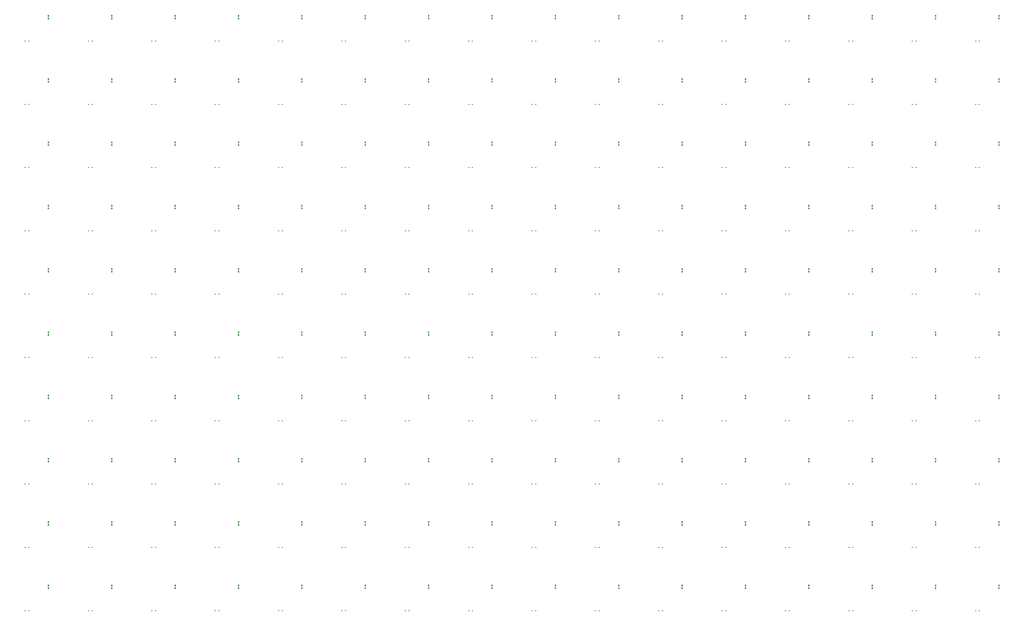
<source format=gtp>
G04 Layer_Color=8421504*
%FSLAX25Y25*%
%MOIN*%
G70*
G01*
G75*
%ADD10R,0.02480X0.01417*%
%ADD11R,0.02126X0.03111*%
G36*
X1117139Y410610D02*
Y408655D01*
X1116982Y408498D01*
X1115171D01*
X1115013Y408655D01*
Y410610D01*
X1115736Y411667D01*
X1116417D01*
X1117139Y410610D01*
D02*
G37*
G36*
X1010840D02*
Y408655D01*
X1010683Y408498D01*
X1008872D01*
X1008714Y408655D01*
Y410610D01*
X1009437Y411667D01*
X1010117D01*
X1010840Y410610D01*
D02*
G37*
G36*
X1223439D02*
Y408655D01*
X1223281Y408498D01*
X1221470D01*
X1221313Y408655D01*
Y410610D01*
X1222035Y411667D01*
X1222716D01*
X1223439Y410610D01*
D02*
G37*
G36*
X1436037D02*
Y408655D01*
X1435880Y408498D01*
X1434068D01*
X1433911Y408655D01*
Y410610D01*
X1434634Y411667D01*
X1435314D01*
X1436037Y410610D01*
D02*
G37*
G36*
X1329738D02*
Y408655D01*
X1329580Y408498D01*
X1327769D01*
X1327612Y408655D01*
Y410610D01*
X1328335Y411667D01*
X1329015D01*
X1329738Y410610D01*
D02*
G37*
G36*
X585643D02*
Y408655D01*
X585486Y408498D01*
X583675D01*
X583517Y408655D01*
Y410610D01*
X584240Y411667D01*
X584921D01*
X585643Y410610D01*
D02*
G37*
G36*
X479344D02*
Y408655D01*
X479187Y408498D01*
X477376D01*
X477218Y408655D01*
Y410610D01*
X477941Y411667D01*
X478621D01*
X479344Y410610D01*
D02*
G37*
G36*
X691943D02*
Y408655D01*
X691785Y408498D01*
X689974D01*
X689817Y408655D01*
Y410610D01*
X690539Y411667D01*
X691220D01*
X691943Y410610D01*
D02*
G37*
G36*
X904541D02*
Y408655D01*
X904383Y408498D01*
X902573D01*
X902415Y408655D01*
Y410610D01*
X903138Y411667D01*
X903818D01*
X904541Y410610D01*
D02*
G37*
G36*
X798242D02*
Y408655D01*
X798084Y408498D01*
X796273D01*
X796116Y408655D01*
Y410610D01*
X796839Y411667D01*
X797519D01*
X798242Y410610D01*
D02*
G37*
G36*
X479344Y415743D02*
Y413788D01*
X478621Y412731D01*
X477941D01*
X477218Y413788D01*
Y415743D01*
X477376Y415900D01*
X479187D01*
X479344Y415743D01*
D02*
G37*
G36*
X373045D02*
Y413788D01*
X372322Y412731D01*
X371642D01*
X370919Y413788D01*
Y415743D01*
X371076Y415900D01*
X372887D01*
X373045Y415743D01*
D02*
G37*
G36*
X585643D02*
Y413788D01*
X584921Y412731D01*
X584240D01*
X583517Y413788D01*
Y415743D01*
X583675Y415900D01*
X585486D01*
X585643Y415743D01*
D02*
G37*
G36*
X798242D02*
Y413788D01*
X797519Y412731D01*
X796839D01*
X796116Y413788D01*
Y415743D01*
X796273Y415900D01*
X798084D01*
X798242Y415743D01*
D02*
G37*
G36*
X691943D02*
Y413788D01*
X691220Y412731D01*
X690539D01*
X689817Y413788D01*
Y415743D01*
X689974Y415900D01*
X691785D01*
X691943Y415743D01*
D02*
G37*
G36*
X1648635Y410610D02*
Y408655D01*
X1648478Y408498D01*
X1646667D01*
X1646509Y408655D01*
Y410610D01*
X1647232Y411667D01*
X1647913D01*
X1648635Y410610D01*
D02*
G37*
G36*
X1542336D02*
Y408655D01*
X1542179Y408498D01*
X1540368D01*
X1540210Y408655D01*
Y410610D01*
X1540933Y411667D01*
X1541613D01*
X1542336Y410610D01*
D02*
G37*
G36*
X54147Y415743D02*
Y413788D01*
X53425Y412731D01*
X52744D01*
X52021Y413788D01*
Y415743D01*
X52179Y415900D01*
X53990D01*
X54147Y415743D01*
D02*
G37*
G36*
X266746D02*
Y413788D01*
X266023Y412731D01*
X265342D01*
X264620Y413788D01*
Y415743D01*
X264777Y415900D01*
X266588D01*
X266746Y415743D01*
D02*
G37*
G36*
X160447D02*
Y413788D01*
X159724Y412731D01*
X159043D01*
X158320Y413788D01*
Y415743D01*
X158478Y415900D01*
X160289D01*
X160447Y415743D01*
D02*
G37*
G36*
X691943Y309443D02*
Y307489D01*
X691220Y306431D01*
X690539D01*
X689817Y307489D01*
Y309443D01*
X689974Y309601D01*
X691785D01*
X691943Y309443D01*
D02*
G37*
G36*
X585643D02*
Y307489D01*
X584921Y306431D01*
X584240D01*
X583517Y307489D01*
Y309443D01*
X583675Y309601D01*
X585486D01*
X585643Y309443D01*
D02*
G37*
G36*
X798242D02*
Y307489D01*
X797519Y306431D01*
X796839D01*
X796116Y307489D01*
Y309443D01*
X796273Y309601D01*
X798084D01*
X798242Y309443D01*
D02*
G37*
G36*
X1010840D02*
Y307489D01*
X1010117Y306431D01*
X1009437D01*
X1008714Y307489D01*
Y309443D01*
X1008872Y309601D01*
X1010683D01*
X1010840Y309443D01*
D02*
G37*
G36*
X904541D02*
Y307489D01*
X903818Y306431D01*
X903138D01*
X902415Y307489D01*
Y309443D01*
X902573Y309601D01*
X904383D01*
X904541Y309443D01*
D02*
G37*
G36*
X160447D02*
Y307489D01*
X159724Y306431D01*
X159043D01*
X158320Y307489D01*
Y309443D01*
X158478Y309601D01*
X160289D01*
X160447Y309443D01*
D02*
G37*
G36*
X54147D02*
Y307489D01*
X53425Y306431D01*
X52744D01*
X52021Y307489D01*
Y309443D01*
X52179Y309601D01*
X53990D01*
X54147Y309443D01*
D02*
G37*
G36*
X266746D02*
Y307489D01*
X266023Y306431D01*
X265342D01*
X264620Y307489D01*
Y309443D01*
X264777Y309601D01*
X266588D01*
X266746Y309443D01*
D02*
G37*
G36*
X479344D02*
Y307489D01*
X478621Y306431D01*
X477941D01*
X477218Y307489D01*
Y309443D01*
X477376Y309601D01*
X479187D01*
X479344Y309443D01*
D02*
G37*
G36*
X373045D02*
Y307489D01*
X372322Y306431D01*
X371642D01*
X370919Y307489D01*
Y309443D01*
X371076Y309601D01*
X372887D01*
X373045Y309443D01*
D02*
G37*
G36*
X54147Y410610D02*
Y408655D01*
X53990Y408498D01*
X52179D01*
X52021Y408655D01*
Y410610D01*
X52744Y411667D01*
X53425D01*
X54147Y410610D01*
D02*
G37*
G36*
X1648635Y309443D02*
Y307489D01*
X1647913Y306431D01*
X1647232D01*
X1646509Y307489D01*
Y309443D01*
X1646667Y309601D01*
X1648478D01*
X1648635Y309443D01*
D02*
G37*
G36*
X160447Y410610D02*
Y408655D01*
X160289Y408498D01*
X158478D01*
X158320Y408655D01*
Y410610D01*
X159043Y411667D01*
X159724D01*
X160447Y410610D01*
D02*
G37*
G36*
X373045D02*
Y408655D01*
X372887Y408498D01*
X371076D01*
X370919Y408655D01*
Y410610D01*
X371642Y411667D01*
X372322D01*
X373045Y410610D01*
D02*
G37*
G36*
X266746D02*
Y408655D01*
X266588Y408498D01*
X264777D01*
X264620Y408655D01*
Y410610D01*
X265342Y411667D01*
X266023D01*
X266746Y410610D01*
D02*
G37*
G36*
X1223439Y309443D02*
Y307489D01*
X1222716Y306431D01*
X1222035D01*
X1221313Y307489D01*
Y309443D01*
X1221470Y309601D01*
X1223281D01*
X1223439Y309443D01*
D02*
G37*
G36*
X1117139D02*
Y307489D01*
X1116417Y306431D01*
X1115736D01*
X1115013Y307489D01*
Y309443D01*
X1115171Y309601D01*
X1116982D01*
X1117139Y309443D01*
D02*
G37*
G36*
X1329738D02*
Y307489D01*
X1329015Y306431D01*
X1328335D01*
X1327612Y307489D01*
Y309443D01*
X1327769Y309601D01*
X1329580D01*
X1329738Y309443D01*
D02*
G37*
G36*
X1542336D02*
Y307489D01*
X1541613Y306431D01*
X1540933D01*
X1540210Y307489D01*
Y309443D01*
X1540368Y309601D01*
X1542179D01*
X1542336Y309443D01*
D02*
G37*
G36*
X1436037D02*
Y307489D01*
X1435314Y306431D01*
X1434634D01*
X1433911Y307489D01*
Y309443D01*
X1434068Y309601D01*
X1435880D01*
X1436037Y309443D01*
D02*
G37*
G36*
X266746Y522042D02*
Y520087D01*
X266023Y519030D01*
X265342D01*
X264620Y520087D01*
Y522042D01*
X264777Y522199D01*
X266588D01*
X266746Y522042D01*
D02*
G37*
G36*
X160447D02*
Y520087D01*
X159724Y519030D01*
X159043D01*
X158320Y520087D01*
Y522042D01*
X158478Y522199D01*
X160289D01*
X160447Y522042D01*
D02*
G37*
G36*
X373045D02*
Y520087D01*
X372322Y519030D01*
X371642D01*
X370919Y520087D01*
Y522042D01*
X371076Y522199D01*
X372887D01*
X373045Y522042D01*
D02*
G37*
G36*
X585643D02*
Y520087D01*
X584921Y519030D01*
X584240D01*
X583517Y520087D01*
Y522042D01*
X583675Y522199D01*
X585486D01*
X585643Y522042D01*
D02*
G37*
G36*
X479344D02*
Y520087D01*
X478621Y519030D01*
X477941D01*
X477218Y520087D01*
Y522042D01*
X477376Y522199D01*
X479187D01*
X479344Y522042D01*
D02*
G37*
G36*
X1436037Y516909D02*
Y514955D01*
X1435880Y514797D01*
X1434068D01*
X1433911Y514955D01*
Y516909D01*
X1434634Y517967D01*
X1435314D01*
X1436037Y516909D01*
D02*
G37*
G36*
X1329738D02*
Y514955D01*
X1329580Y514797D01*
X1327769D01*
X1327612Y514955D01*
Y516909D01*
X1328335Y517967D01*
X1329015D01*
X1329738Y516909D01*
D02*
G37*
G36*
X1542336D02*
Y514955D01*
X1542179Y514797D01*
X1540368D01*
X1540210Y514955D01*
Y516909D01*
X1540933Y517967D01*
X1541613D01*
X1542336Y516909D01*
D02*
G37*
G36*
X54147Y522042D02*
Y520087D01*
X53425Y519030D01*
X52744D01*
X52021Y520087D01*
Y522042D01*
X52179Y522199D01*
X53990D01*
X54147Y522042D01*
D02*
G37*
G36*
X1648635Y516909D02*
Y514955D01*
X1648478Y514797D01*
X1646667D01*
X1646509Y514955D01*
Y516909D01*
X1647232Y517967D01*
X1647913D01*
X1648635Y516909D01*
D02*
G37*
G36*
X1329738Y522042D02*
Y520087D01*
X1329015Y519030D01*
X1328335D01*
X1327612Y520087D01*
Y522042D01*
X1327769Y522199D01*
X1329580D01*
X1329738Y522042D01*
D02*
G37*
G36*
X1223439D02*
Y520087D01*
X1222716Y519030D01*
X1222035D01*
X1221313Y520087D01*
Y522042D01*
X1221470Y522199D01*
X1223281D01*
X1223439Y522042D01*
D02*
G37*
G36*
X1436037D02*
Y520087D01*
X1435314Y519030D01*
X1434634D01*
X1433911Y520087D01*
Y522042D01*
X1434068Y522199D01*
X1435880D01*
X1436037Y522042D01*
D02*
G37*
G36*
X1648635D02*
Y520087D01*
X1647913Y519030D01*
X1647232D01*
X1646509Y520087D01*
Y522042D01*
X1646667Y522199D01*
X1648478D01*
X1648635Y522042D01*
D02*
G37*
G36*
X1542336D02*
Y520087D01*
X1541613Y519030D01*
X1540933D01*
X1540210Y520087D01*
Y522042D01*
X1540368Y522199D01*
X1542179D01*
X1542336Y522042D01*
D02*
G37*
G36*
X798242D02*
Y520087D01*
X797519Y519030D01*
X796839D01*
X796116Y520087D01*
Y522042D01*
X796273Y522199D01*
X798084D01*
X798242Y522042D01*
D02*
G37*
G36*
X691943D02*
Y520087D01*
X691220Y519030D01*
X690539D01*
X689817Y520087D01*
Y522042D01*
X689974Y522199D01*
X691785D01*
X691943Y522042D01*
D02*
G37*
G36*
X904541D02*
Y520087D01*
X903818Y519030D01*
X903138D01*
X902415Y520087D01*
Y522042D01*
X902573Y522199D01*
X904383D01*
X904541Y522042D01*
D02*
G37*
G36*
X1117139D02*
Y520087D01*
X1116417Y519030D01*
X1115736D01*
X1115013Y520087D01*
Y522042D01*
X1115171Y522199D01*
X1116982D01*
X1117139Y522042D01*
D02*
G37*
G36*
X1010840D02*
Y520087D01*
X1010117Y519030D01*
X1009437D01*
X1008714Y520087D01*
Y522042D01*
X1008872Y522199D01*
X1010683D01*
X1010840Y522042D01*
D02*
G37*
G36*
X1542336Y415743D02*
Y413788D01*
X1541613Y412731D01*
X1540933D01*
X1540210Y413788D01*
Y415743D01*
X1540368Y415900D01*
X1542179D01*
X1542336Y415743D01*
D02*
G37*
G36*
X1436037D02*
Y413788D01*
X1435314Y412731D01*
X1434634D01*
X1433911Y413788D01*
Y415743D01*
X1434068Y415900D01*
X1435880D01*
X1436037Y415743D01*
D02*
G37*
G36*
X1648635D02*
Y413788D01*
X1647913Y412731D01*
X1647232D01*
X1646509Y413788D01*
Y415743D01*
X1646667Y415900D01*
X1648478D01*
X1648635Y415743D01*
D02*
G37*
G36*
X160447Y516909D02*
Y514955D01*
X160289Y514797D01*
X158478D01*
X158320Y514955D01*
Y516909D01*
X159043Y517967D01*
X159724D01*
X160447Y516909D01*
D02*
G37*
G36*
X54147D02*
Y514955D01*
X53990Y514797D01*
X52179D01*
X52021Y514955D01*
Y516909D01*
X52744Y517967D01*
X53425D01*
X54147Y516909D01*
D02*
G37*
G36*
X1010840Y415743D02*
Y413788D01*
X1010117Y412731D01*
X1009437D01*
X1008714Y413788D01*
Y415743D01*
X1008872Y415900D01*
X1010683D01*
X1010840Y415743D01*
D02*
G37*
G36*
X904541D02*
Y413788D01*
X903818Y412731D01*
X903138D01*
X902415Y413788D01*
Y415743D01*
X902573Y415900D01*
X904383D01*
X904541Y415743D01*
D02*
G37*
G36*
X1117139D02*
Y413788D01*
X1116417Y412731D01*
X1115736D01*
X1115013Y413788D01*
Y415743D01*
X1115171Y415900D01*
X1116982D01*
X1117139Y415743D01*
D02*
G37*
G36*
X1329738D02*
Y413788D01*
X1329015Y412731D01*
X1328335D01*
X1327612Y413788D01*
Y415743D01*
X1327769Y415900D01*
X1329580D01*
X1329738Y415743D01*
D02*
G37*
G36*
X1223439D02*
Y413788D01*
X1222716Y412731D01*
X1222035D01*
X1221313Y413788D01*
Y415743D01*
X1221470Y415900D01*
X1223281D01*
X1223439Y415743D01*
D02*
G37*
G36*
X904541Y516909D02*
Y514955D01*
X904383Y514797D01*
X902573D01*
X902415Y514955D01*
Y516909D01*
X903138Y517967D01*
X903818D01*
X904541Y516909D01*
D02*
G37*
G36*
X798242D02*
Y514955D01*
X798084Y514797D01*
X796273D01*
X796116Y514955D01*
Y516909D01*
X796839Y517967D01*
X797519D01*
X798242Y516909D01*
D02*
G37*
G36*
X1010840D02*
Y514955D01*
X1010683Y514797D01*
X1008872D01*
X1008714Y514955D01*
Y516909D01*
X1009437Y517967D01*
X1010117D01*
X1010840Y516909D01*
D02*
G37*
G36*
X1223439D02*
Y514955D01*
X1223281Y514797D01*
X1221470D01*
X1221313Y514955D01*
Y516909D01*
X1222035Y517967D01*
X1222716D01*
X1223439Y516909D01*
D02*
G37*
G36*
X1117139D02*
Y514955D01*
X1116982Y514797D01*
X1115171D01*
X1115013Y514955D01*
Y516909D01*
X1115736Y517967D01*
X1116417D01*
X1117139Y516909D01*
D02*
G37*
G36*
X373045D02*
Y514955D01*
X372887Y514797D01*
X371076D01*
X370919Y514955D01*
Y516909D01*
X371642Y517967D01*
X372322D01*
X373045Y516909D01*
D02*
G37*
G36*
X266746D02*
Y514955D01*
X266588Y514797D01*
X264777D01*
X264620Y514955D01*
Y516909D01*
X265342Y517967D01*
X266023D01*
X266746Y516909D01*
D02*
G37*
G36*
X479344D02*
Y514955D01*
X479187Y514797D01*
X477376D01*
X477218Y514955D01*
Y516909D01*
X477941Y517967D01*
X478621D01*
X479344Y516909D01*
D02*
G37*
G36*
X691943D02*
Y514955D01*
X691785Y514797D01*
X689974D01*
X689817Y514955D01*
Y516909D01*
X690539Y517967D01*
X691220D01*
X691943Y516909D01*
D02*
G37*
G36*
X585643D02*
Y514955D01*
X585486Y514797D01*
X583675D01*
X583517Y514955D01*
Y516909D01*
X584240Y517967D01*
X584921D01*
X585643Y516909D01*
D02*
G37*
G36*
X1117139Y96845D02*
Y94890D01*
X1116417Y93833D01*
X1115736D01*
X1115013Y94890D01*
Y96845D01*
X1115171Y97003D01*
X1116982D01*
X1117139Y96845D01*
D02*
G37*
G36*
X1010840D02*
Y94890D01*
X1010117Y93833D01*
X1009437D01*
X1008714Y94890D01*
Y96845D01*
X1008872Y97003D01*
X1010683D01*
X1010840Y96845D01*
D02*
G37*
G36*
X1223439D02*
Y94890D01*
X1222716Y93833D01*
X1222035D01*
X1221313Y94890D01*
Y96845D01*
X1221470Y97003D01*
X1223281D01*
X1223439Y96845D01*
D02*
G37*
G36*
X1436037D02*
Y94890D01*
X1435314Y93833D01*
X1434634D01*
X1433911Y94890D01*
Y96845D01*
X1434068Y97003D01*
X1435880D01*
X1436037Y96845D01*
D02*
G37*
G36*
X1329738D02*
Y94890D01*
X1329015Y93833D01*
X1328335D01*
X1327612Y94890D01*
Y96845D01*
X1327769Y97003D01*
X1329580D01*
X1329738Y96845D01*
D02*
G37*
G36*
X585643D02*
Y94890D01*
X584921Y93833D01*
X584240D01*
X583517Y94890D01*
Y96845D01*
X583675Y97003D01*
X585486D01*
X585643Y96845D01*
D02*
G37*
G36*
X479344D02*
Y94890D01*
X478621Y93833D01*
X477941D01*
X477218Y94890D01*
Y96845D01*
X477376Y97003D01*
X479187D01*
X479344Y96845D01*
D02*
G37*
G36*
X691943D02*
Y94890D01*
X691220Y93833D01*
X690539D01*
X689817Y94890D01*
Y96845D01*
X689974Y97003D01*
X691785D01*
X691943Y96845D01*
D02*
G37*
G36*
X904541D02*
Y94890D01*
X903818Y93833D01*
X903138D01*
X902415Y94890D01*
Y96845D01*
X902573Y97003D01*
X904383D01*
X904541Y96845D01*
D02*
G37*
G36*
X798242D02*
Y94890D01*
X797519Y93833D01*
X796839D01*
X796116Y94890D01*
Y96845D01*
X796273Y97003D01*
X798084D01*
X798242Y96845D01*
D02*
G37*
G36*
X479344Y198011D02*
Y196057D01*
X479187Y195899D01*
X477376D01*
X477218Y196057D01*
Y198011D01*
X477941Y199069D01*
X478621D01*
X479344Y198011D01*
D02*
G37*
G36*
X373045D02*
Y196057D01*
X372887Y195899D01*
X371076D01*
X370919Y196057D01*
Y198011D01*
X371642Y199069D01*
X372322D01*
X373045Y198011D01*
D02*
G37*
G36*
X585643D02*
Y196057D01*
X585486Y195899D01*
X583675D01*
X583517Y196057D01*
Y198011D01*
X584240Y199069D01*
X584921D01*
X585643Y198011D01*
D02*
G37*
G36*
X798242D02*
Y196057D01*
X798084Y195899D01*
X796273D01*
X796116Y196057D01*
Y198011D01*
X796839Y199069D01*
X797519D01*
X798242Y198011D01*
D02*
G37*
G36*
X691943D02*
Y196057D01*
X691785Y195899D01*
X689974D01*
X689817Y196057D01*
Y198011D01*
X690539Y199069D01*
X691220D01*
X691943Y198011D01*
D02*
G37*
G36*
X1648635Y96845D02*
Y94890D01*
X1647913Y93833D01*
X1647232D01*
X1646509Y94890D01*
Y96845D01*
X1646667Y97003D01*
X1648478D01*
X1648635Y96845D01*
D02*
G37*
G36*
X1542336D02*
Y94890D01*
X1541613Y93833D01*
X1540933D01*
X1540210Y94890D01*
Y96845D01*
X1540368Y97003D01*
X1542179D01*
X1542336Y96845D01*
D02*
G37*
G36*
X54147Y198011D02*
Y196057D01*
X53990Y195899D01*
X52179D01*
X52021Y196057D01*
Y198011D01*
X52744Y199069D01*
X53425D01*
X54147Y198011D01*
D02*
G37*
G36*
X266746D02*
Y196057D01*
X266588Y195899D01*
X264777D01*
X264620Y196057D01*
Y198011D01*
X265342Y199069D01*
X266023D01*
X266746Y198011D01*
D02*
G37*
G36*
X160447D02*
Y196057D01*
X160289Y195899D01*
X158478D01*
X158320Y196057D01*
Y198011D01*
X159043Y199069D01*
X159724D01*
X160447Y198011D01*
D02*
G37*
G36*
X691943Y91712D02*
Y89758D01*
X691785Y89600D01*
X689974D01*
X689817Y89758D01*
Y91712D01*
X690539Y92770D01*
X691220D01*
X691943Y91712D01*
D02*
G37*
G36*
X585643D02*
Y89758D01*
X585486Y89600D01*
X583675D01*
X583517Y89758D01*
Y91712D01*
X584240Y92770D01*
X584921D01*
X585643Y91712D01*
D02*
G37*
G36*
X798242D02*
Y89758D01*
X798084Y89600D01*
X796273D01*
X796116Y89758D01*
Y91712D01*
X796839Y92770D01*
X797519D01*
X798242Y91712D01*
D02*
G37*
G36*
X1010840D02*
Y89758D01*
X1010683Y89600D01*
X1008872D01*
X1008714Y89758D01*
Y91712D01*
X1009437Y92770D01*
X1010117D01*
X1010840Y91712D01*
D02*
G37*
G36*
X904541D02*
Y89758D01*
X904383Y89600D01*
X902573D01*
X902415Y89758D01*
Y91712D01*
X903138Y92770D01*
X903818D01*
X904541Y91712D01*
D02*
G37*
G36*
X160447D02*
Y89758D01*
X160289Y89600D01*
X158478D01*
X158320Y89758D01*
Y91712D01*
X159043Y92770D01*
X159724D01*
X160447Y91712D01*
D02*
G37*
G36*
X54147D02*
Y89758D01*
X53990Y89600D01*
X52179D01*
X52021Y89758D01*
Y91712D01*
X52744Y92770D01*
X53425D01*
X54147Y91712D01*
D02*
G37*
G36*
X266746D02*
Y89758D01*
X266588Y89600D01*
X264777D01*
X264620Y89758D01*
Y91712D01*
X265342Y92770D01*
X266023D01*
X266746Y91712D01*
D02*
G37*
G36*
X479344D02*
Y89758D01*
X479187Y89600D01*
X477376D01*
X477218Y89758D01*
Y91712D01*
X477941Y92770D01*
X478621D01*
X479344Y91712D01*
D02*
G37*
G36*
X373045D02*
Y89758D01*
X372887Y89600D01*
X371076D01*
X370919Y89758D01*
Y91712D01*
X371642Y92770D01*
X372322D01*
X373045Y91712D01*
D02*
G37*
G36*
X54147Y96845D02*
Y94890D01*
X53425Y93833D01*
X52744D01*
X52021Y94890D01*
Y96845D01*
X52179Y97003D01*
X53990D01*
X54147Y96845D01*
D02*
G37*
G36*
X1648635Y91712D02*
Y89758D01*
X1648478Y89600D01*
X1646667D01*
X1646509Y89758D01*
Y91712D01*
X1647232Y92770D01*
X1647913D01*
X1648635Y91712D01*
D02*
G37*
G36*
X160447Y96845D02*
Y94890D01*
X159724Y93833D01*
X159043D01*
X158320Y94890D01*
Y96845D01*
X158478Y97003D01*
X160289D01*
X160447Y96845D01*
D02*
G37*
G36*
X373045D02*
Y94890D01*
X372322Y93833D01*
X371642D01*
X370919Y94890D01*
Y96845D01*
X371076Y97003D01*
X372887D01*
X373045Y96845D01*
D02*
G37*
G36*
X266746D02*
Y94890D01*
X266023Y93833D01*
X265342D01*
X264620Y94890D01*
Y96845D01*
X264777Y97003D01*
X266588D01*
X266746Y96845D01*
D02*
G37*
G36*
X1223439Y91712D02*
Y89758D01*
X1223281Y89600D01*
X1221470D01*
X1221313Y89758D01*
Y91712D01*
X1222035Y92770D01*
X1222716D01*
X1223439Y91712D01*
D02*
G37*
G36*
X1117139D02*
Y89758D01*
X1116982Y89600D01*
X1115171D01*
X1115013Y89758D01*
Y91712D01*
X1115736Y92770D01*
X1116417D01*
X1117139Y91712D01*
D02*
G37*
G36*
X1329738D02*
Y89758D01*
X1329580Y89600D01*
X1327769D01*
X1327612Y89758D01*
Y91712D01*
X1328335Y92770D01*
X1329015D01*
X1329738Y91712D01*
D02*
G37*
G36*
X1542336D02*
Y89758D01*
X1542179Y89600D01*
X1540368D01*
X1540210Y89758D01*
Y91712D01*
X1540933Y92770D01*
X1541613D01*
X1542336Y91712D01*
D02*
G37*
G36*
X1436037D02*
Y89758D01*
X1435880Y89600D01*
X1434068D01*
X1433911Y89758D01*
Y91712D01*
X1434634Y92770D01*
X1435314D01*
X1436037Y91712D01*
D02*
G37*
G36*
X266746Y304311D02*
Y302356D01*
X266588Y302199D01*
X264777D01*
X264620Y302356D01*
Y304311D01*
X265342Y305368D01*
X266023D01*
X266746Y304311D01*
D02*
G37*
G36*
X160447D02*
Y302356D01*
X160289Y302199D01*
X158478D01*
X158320Y302356D01*
Y304311D01*
X159043Y305368D01*
X159724D01*
X160447Y304311D01*
D02*
G37*
G36*
X373045D02*
Y302356D01*
X372887Y302199D01*
X371076D01*
X370919Y302356D01*
Y304311D01*
X371642Y305368D01*
X372322D01*
X373045Y304311D01*
D02*
G37*
G36*
X585643D02*
Y302356D01*
X585486Y302199D01*
X583675D01*
X583517Y302356D01*
Y304311D01*
X584240Y305368D01*
X584921D01*
X585643Y304311D01*
D02*
G37*
G36*
X479344D02*
Y302356D01*
X479187Y302199D01*
X477376D01*
X477218Y302356D01*
Y304311D01*
X477941Y305368D01*
X478621D01*
X479344Y304311D01*
D02*
G37*
G36*
X1436037Y203144D02*
Y201190D01*
X1435314Y200132D01*
X1434634D01*
X1433911Y201190D01*
Y203144D01*
X1434068Y203302D01*
X1435880D01*
X1436037Y203144D01*
D02*
G37*
G36*
X1329738D02*
Y201190D01*
X1329015Y200132D01*
X1328335D01*
X1327612Y201190D01*
Y203144D01*
X1327769Y203302D01*
X1329580D01*
X1329738Y203144D01*
D02*
G37*
G36*
X1542336D02*
Y201190D01*
X1541613Y200132D01*
X1540933D01*
X1540210Y201190D01*
Y203144D01*
X1540368Y203302D01*
X1542179D01*
X1542336Y203144D01*
D02*
G37*
G36*
X54147Y304311D02*
Y302356D01*
X53990Y302199D01*
X52179D01*
X52021Y302356D01*
Y304311D01*
X52744Y305368D01*
X53425D01*
X54147Y304311D01*
D02*
G37*
G36*
X1648635Y203144D02*
Y201190D01*
X1647913Y200132D01*
X1647232D01*
X1646509Y201190D01*
Y203144D01*
X1646667Y203302D01*
X1648478D01*
X1648635Y203144D01*
D02*
G37*
G36*
X1329738Y304311D02*
Y302356D01*
X1329580Y302199D01*
X1327769D01*
X1327612Y302356D01*
Y304311D01*
X1328335Y305368D01*
X1329015D01*
X1329738Y304311D01*
D02*
G37*
G36*
X1223439D02*
Y302356D01*
X1223281Y302199D01*
X1221470D01*
X1221313Y302356D01*
Y304311D01*
X1222035Y305368D01*
X1222716D01*
X1223439Y304311D01*
D02*
G37*
G36*
X1436037D02*
Y302356D01*
X1435880Y302199D01*
X1434068D01*
X1433911Y302356D01*
Y304311D01*
X1434634Y305368D01*
X1435314D01*
X1436037Y304311D01*
D02*
G37*
G36*
X1648635D02*
Y302356D01*
X1648478Y302199D01*
X1646667D01*
X1646509Y302356D01*
Y304311D01*
X1647232Y305368D01*
X1647913D01*
X1648635Y304311D01*
D02*
G37*
G36*
X1542336D02*
Y302356D01*
X1542179Y302199D01*
X1540368D01*
X1540210Y302356D01*
Y304311D01*
X1540933Y305368D01*
X1541613D01*
X1542336Y304311D01*
D02*
G37*
G36*
X798242D02*
Y302356D01*
X798084Y302199D01*
X796273D01*
X796116Y302356D01*
Y304311D01*
X796839Y305368D01*
X797519D01*
X798242Y304311D01*
D02*
G37*
G36*
X691943D02*
Y302356D01*
X691785Y302199D01*
X689974D01*
X689817Y302356D01*
Y304311D01*
X690539Y305368D01*
X691220D01*
X691943Y304311D01*
D02*
G37*
G36*
X904541D02*
Y302356D01*
X904383Y302199D01*
X902573D01*
X902415Y302356D01*
Y304311D01*
X903138Y305368D01*
X903818D01*
X904541Y304311D01*
D02*
G37*
G36*
X1117139D02*
Y302356D01*
X1116982Y302199D01*
X1115171D01*
X1115013Y302356D01*
Y304311D01*
X1115736Y305368D01*
X1116417D01*
X1117139Y304311D01*
D02*
G37*
G36*
X1010840D02*
Y302356D01*
X1010683Y302199D01*
X1008872D01*
X1008714Y302356D01*
Y304311D01*
X1009437Y305368D01*
X1010117D01*
X1010840Y304311D01*
D02*
G37*
G36*
X1542336Y198011D02*
Y196057D01*
X1542179Y195899D01*
X1540368D01*
X1540210Y196057D01*
Y198011D01*
X1540933Y199069D01*
X1541613D01*
X1542336Y198011D01*
D02*
G37*
G36*
X1436037D02*
Y196057D01*
X1435880Y195899D01*
X1434068D01*
X1433911Y196057D01*
Y198011D01*
X1434634Y199069D01*
X1435314D01*
X1436037Y198011D01*
D02*
G37*
G36*
X1648635D02*
Y196057D01*
X1648478Y195899D01*
X1646667D01*
X1646509Y196057D01*
Y198011D01*
X1647232Y199069D01*
X1647913D01*
X1648635Y198011D01*
D02*
G37*
G36*
X160447Y203144D02*
Y201190D01*
X159724Y200132D01*
X159043D01*
X158320Y201190D01*
Y203144D01*
X158478Y203302D01*
X160289D01*
X160447Y203144D01*
D02*
G37*
G36*
X54147D02*
Y201190D01*
X53425Y200132D01*
X52744D01*
X52021Y201190D01*
Y203144D01*
X52179Y203302D01*
X53990D01*
X54147Y203144D01*
D02*
G37*
G36*
X1010840Y198011D02*
Y196057D01*
X1010683Y195899D01*
X1008872D01*
X1008714Y196057D01*
Y198011D01*
X1009437Y199069D01*
X1010117D01*
X1010840Y198011D01*
D02*
G37*
G36*
X904541D02*
Y196057D01*
X904383Y195899D01*
X902573D01*
X902415Y196057D01*
Y198011D01*
X903138Y199069D01*
X903818D01*
X904541Y198011D01*
D02*
G37*
G36*
X1117139D02*
Y196057D01*
X1116982Y195899D01*
X1115171D01*
X1115013Y196057D01*
Y198011D01*
X1115736Y199069D01*
X1116417D01*
X1117139Y198011D01*
D02*
G37*
G36*
X1329738D02*
Y196057D01*
X1329580Y195899D01*
X1327769D01*
X1327612Y196057D01*
Y198011D01*
X1328335Y199069D01*
X1329015D01*
X1329738Y198011D01*
D02*
G37*
G36*
X1223439D02*
Y196057D01*
X1223281Y195899D01*
X1221470D01*
X1221313Y196057D01*
Y198011D01*
X1222035Y199069D01*
X1222716D01*
X1223439Y198011D01*
D02*
G37*
G36*
X904541Y203144D02*
Y201190D01*
X903818Y200132D01*
X903138D01*
X902415Y201190D01*
Y203144D01*
X902573Y203302D01*
X904383D01*
X904541Y203144D01*
D02*
G37*
G36*
X798242D02*
Y201190D01*
X797519Y200132D01*
X796839D01*
X796116Y201190D01*
Y203144D01*
X796273Y203302D01*
X798084D01*
X798242Y203144D01*
D02*
G37*
G36*
X1010840D02*
Y201190D01*
X1010117Y200132D01*
X1009437D01*
X1008714Y201190D01*
Y203144D01*
X1008872Y203302D01*
X1010683D01*
X1010840Y203144D01*
D02*
G37*
G36*
X1223439D02*
Y201190D01*
X1222716Y200132D01*
X1222035D01*
X1221313Y201190D01*
Y203144D01*
X1221470Y203302D01*
X1223281D01*
X1223439Y203144D01*
D02*
G37*
G36*
X1117139D02*
Y201190D01*
X1116417Y200132D01*
X1115736D01*
X1115013Y201190D01*
Y203144D01*
X1115171Y203302D01*
X1116982D01*
X1117139Y203144D01*
D02*
G37*
G36*
X373045D02*
Y201190D01*
X372322Y200132D01*
X371642D01*
X370919Y201190D01*
Y203144D01*
X371076Y203302D01*
X372887D01*
X373045Y203144D01*
D02*
G37*
G36*
X266746D02*
Y201190D01*
X266023Y200132D01*
X265342D01*
X264620Y201190D01*
Y203144D01*
X264777Y203302D01*
X266588D01*
X266746Y203144D01*
D02*
G37*
G36*
X479344D02*
Y201190D01*
X478621Y200132D01*
X477941D01*
X477218Y201190D01*
Y203144D01*
X477376Y203302D01*
X479187D01*
X479344Y203144D01*
D02*
G37*
G36*
X691943D02*
Y201190D01*
X691220Y200132D01*
X690539D01*
X689817Y201190D01*
Y203144D01*
X689974Y203302D01*
X691785D01*
X691943Y203144D01*
D02*
G37*
G36*
X585643D02*
Y201190D01*
X584921Y200132D01*
X584240D01*
X583517Y201190D01*
Y203144D01*
X583675Y203302D01*
X585486D01*
X585643Y203144D01*
D02*
G37*
G36*
X1117139Y942106D02*
Y940151D01*
X1116982Y939994D01*
X1115171D01*
X1115013Y940151D01*
Y942106D01*
X1115736Y943163D01*
X1116417D01*
X1117139Y942106D01*
D02*
G37*
G36*
X1010840D02*
Y940151D01*
X1010683Y939994D01*
X1008872D01*
X1008714Y940151D01*
Y942106D01*
X1009437Y943163D01*
X1010117D01*
X1010840Y942106D01*
D02*
G37*
G36*
X1223439D02*
Y940151D01*
X1223281Y939994D01*
X1221470D01*
X1221313Y940151D01*
Y942106D01*
X1222035Y943163D01*
X1222716D01*
X1223439Y942106D01*
D02*
G37*
G36*
X1436037D02*
Y940151D01*
X1435880Y939994D01*
X1434068D01*
X1433911Y940151D01*
Y942106D01*
X1434634Y943163D01*
X1435314D01*
X1436037Y942106D01*
D02*
G37*
G36*
X1329738D02*
Y940151D01*
X1329580Y939994D01*
X1327769D01*
X1327612Y940151D01*
Y942106D01*
X1328335Y943163D01*
X1329015D01*
X1329738Y942106D01*
D02*
G37*
G36*
X585643D02*
Y940151D01*
X585486Y939994D01*
X583675D01*
X583517Y940151D01*
Y942106D01*
X584240Y943163D01*
X584921D01*
X585643Y942106D01*
D02*
G37*
G36*
X479344D02*
Y940151D01*
X479187Y939994D01*
X477376D01*
X477218Y940151D01*
Y942106D01*
X477941Y943163D01*
X478621D01*
X479344Y942106D01*
D02*
G37*
G36*
X691943D02*
Y940151D01*
X691785Y939994D01*
X689974D01*
X689817Y940151D01*
Y942106D01*
X690539Y943163D01*
X691220D01*
X691943Y942106D01*
D02*
G37*
G36*
X904541D02*
Y940151D01*
X904383Y939994D01*
X902573D01*
X902415Y940151D01*
Y942106D01*
X903138Y943163D01*
X903818D01*
X904541Y942106D01*
D02*
G37*
G36*
X798242D02*
Y940151D01*
X798084Y939994D01*
X796273D01*
X796116Y940151D01*
Y942106D01*
X796839Y943163D01*
X797519D01*
X798242Y942106D01*
D02*
G37*
G36*
X479344Y947239D02*
Y945284D01*
X478621Y944226D01*
X477941D01*
X477218Y945284D01*
Y947239D01*
X477376Y947396D01*
X479187D01*
X479344Y947239D01*
D02*
G37*
G36*
X373045D02*
Y945284D01*
X372322Y944226D01*
X371642D01*
X370919Y945284D01*
Y947239D01*
X371076Y947396D01*
X372887D01*
X373045Y947239D01*
D02*
G37*
G36*
X585643D02*
Y945284D01*
X584921Y944226D01*
X584240D01*
X583517Y945284D01*
Y947239D01*
X583675Y947396D01*
X585486D01*
X585643Y947239D01*
D02*
G37*
G36*
X798242D02*
Y945284D01*
X797519Y944226D01*
X796839D01*
X796116Y945284D01*
Y947239D01*
X796273Y947396D01*
X798084D01*
X798242Y947239D01*
D02*
G37*
G36*
X691943D02*
Y945284D01*
X691220Y944226D01*
X690539D01*
X689817Y945284D01*
Y947239D01*
X689974Y947396D01*
X691785D01*
X691943Y947239D01*
D02*
G37*
G36*
X1648635Y942106D02*
Y940151D01*
X1648478Y939994D01*
X1646667D01*
X1646509Y940151D01*
Y942106D01*
X1647232Y943163D01*
X1647913D01*
X1648635Y942106D01*
D02*
G37*
G36*
X1542336D02*
Y940151D01*
X1542179Y939994D01*
X1540368D01*
X1540210Y940151D01*
Y942106D01*
X1540933Y943163D01*
X1541613D01*
X1542336Y942106D01*
D02*
G37*
G36*
X54147Y947239D02*
Y945284D01*
X53425Y944226D01*
X52744D01*
X52021Y945284D01*
Y947239D01*
X52179Y947396D01*
X53990D01*
X54147Y947239D01*
D02*
G37*
G36*
X266746D02*
Y945284D01*
X266023Y944226D01*
X265342D01*
X264620Y945284D01*
Y947239D01*
X264777Y947396D01*
X266588D01*
X266746Y947239D01*
D02*
G37*
G36*
X160447D02*
Y945284D01*
X159724Y944226D01*
X159043D01*
X158320Y945284D01*
Y947239D01*
X158478Y947396D01*
X160289D01*
X160447Y947239D01*
D02*
G37*
G36*
X691943Y840940D02*
Y838985D01*
X691220Y837927D01*
X690539D01*
X689817Y838985D01*
Y840940D01*
X689974Y841097D01*
X691785D01*
X691943Y840940D01*
D02*
G37*
G36*
X585643D02*
Y838985D01*
X584921Y837927D01*
X584240D01*
X583517Y838985D01*
Y840940D01*
X583675Y841097D01*
X585486D01*
X585643Y840940D01*
D02*
G37*
G36*
X798242D02*
Y838985D01*
X797519Y837927D01*
X796839D01*
X796116Y838985D01*
Y840940D01*
X796273Y841097D01*
X798084D01*
X798242Y840940D01*
D02*
G37*
G36*
X1010840D02*
Y838985D01*
X1010117Y837927D01*
X1009437D01*
X1008714Y838985D01*
Y840940D01*
X1008872Y841097D01*
X1010683D01*
X1010840Y840940D01*
D02*
G37*
G36*
X904541D02*
Y838985D01*
X903818Y837927D01*
X903138D01*
X902415Y838985D01*
Y840940D01*
X902573Y841097D01*
X904383D01*
X904541Y840940D01*
D02*
G37*
G36*
X160447D02*
Y838985D01*
X159724Y837927D01*
X159043D01*
X158320Y838985D01*
Y840940D01*
X158478Y841097D01*
X160289D01*
X160447Y840940D01*
D02*
G37*
G36*
X54147D02*
Y838985D01*
X53425Y837927D01*
X52744D01*
X52021Y838985D01*
Y840940D01*
X52179Y841097D01*
X53990D01*
X54147Y840940D01*
D02*
G37*
G36*
X266746D02*
Y838985D01*
X266023Y837927D01*
X265342D01*
X264620Y838985D01*
Y840940D01*
X264777Y841097D01*
X266588D01*
X266746Y840940D01*
D02*
G37*
G36*
X479344D02*
Y838985D01*
X478621Y837927D01*
X477941D01*
X477218Y838985D01*
Y840940D01*
X477376Y841097D01*
X479187D01*
X479344Y840940D01*
D02*
G37*
G36*
X373045D02*
Y838985D01*
X372322Y837927D01*
X371642D01*
X370919Y838985D01*
Y840940D01*
X371076Y841097D01*
X372887D01*
X373045Y840940D01*
D02*
G37*
G36*
X54147Y942106D02*
Y940151D01*
X53990Y939994D01*
X52179D01*
X52021Y940151D01*
Y942106D01*
X52744Y943163D01*
X53425D01*
X54147Y942106D01*
D02*
G37*
G36*
X1648635Y840940D02*
Y838985D01*
X1647913Y837927D01*
X1647232D01*
X1646509Y838985D01*
Y840940D01*
X1646667Y841097D01*
X1648478D01*
X1648635Y840940D01*
D02*
G37*
G36*
X160447Y942106D02*
Y940151D01*
X160289Y939994D01*
X158478D01*
X158320Y940151D01*
Y942106D01*
X159043Y943163D01*
X159724D01*
X160447Y942106D01*
D02*
G37*
G36*
X373045D02*
Y940151D01*
X372887Y939994D01*
X371076D01*
X370919Y940151D01*
Y942106D01*
X371642Y943163D01*
X372322D01*
X373045Y942106D01*
D02*
G37*
G36*
X266746D02*
Y940151D01*
X266588Y939994D01*
X264777D01*
X264620Y940151D01*
Y942106D01*
X265342Y943163D01*
X266023D01*
X266746Y942106D01*
D02*
G37*
G36*
X1223439Y840940D02*
Y838985D01*
X1222716Y837927D01*
X1222035D01*
X1221313Y838985D01*
Y840940D01*
X1221470Y841097D01*
X1223281D01*
X1223439Y840940D01*
D02*
G37*
G36*
X1117139D02*
Y838985D01*
X1116417Y837927D01*
X1115736D01*
X1115013Y838985D01*
Y840940D01*
X1115171Y841097D01*
X1116982D01*
X1117139Y840940D01*
D02*
G37*
G36*
X1329738D02*
Y838985D01*
X1329015Y837927D01*
X1328335D01*
X1327612Y838985D01*
Y840940D01*
X1327769Y841097D01*
X1329580D01*
X1329738Y840940D01*
D02*
G37*
G36*
X1542336D02*
Y838985D01*
X1541613Y837927D01*
X1540933D01*
X1540210Y838985D01*
Y840940D01*
X1540368Y841097D01*
X1542179D01*
X1542336Y840940D01*
D02*
G37*
G36*
X1436037D02*
Y838985D01*
X1435314Y837927D01*
X1434634D01*
X1433911Y838985D01*
Y840940D01*
X1434068Y841097D01*
X1435880D01*
X1436037Y840940D01*
D02*
G37*
G36*
X266746Y1053538D02*
Y1051583D01*
X266023Y1050526D01*
X265342D01*
X264620Y1051583D01*
Y1053538D01*
X264777Y1053695D01*
X266588D01*
X266746Y1053538D01*
D02*
G37*
G36*
X160447D02*
Y1051583D01*
X159724Y1050526D01*
X159043D01*
X158320Y1051583D01*
Y1053538D01*
X158478Y1053695D01*
X160289D01*
X160447Y1053538D01*
D02*
G37*
G36*
X373045D02*
Y1051583D01*
X372322Y1050526D01*
X371642D01*
X370919Y1051583D01*
Y1053538D01*
X371076Y1053695D01*
X372887D01*
X373045Y1053538D01*
D02*
G37*
G36*
X585643D02*
Y1051583D01*
X584921Y1050526D01*
X584240D01*
X583517Y1051583D01*
Y1053538D01*
X583675Y1053695D01*
X585486D01*
X585643Y1053538D01*
D02*
G37*
G36*
X479344D02*
Y1051583D01*
X478621Y1050526D01*
X477941D01*
X477218Y1051583D01*
Y1053538D01*
X477376Y1053695D01*
X479187D01*
X479344Y1053538D01*
D02*
G37*
G36*
X1436037Y1048405D02*
Y1046451D01*
X1435880Y1046293D01*
X1434068D01*
X1433911Y1046451D01*
Y1048405D01*
X1434634Y1049463D01*
X1435314D01*
X1436037Y1048405D01*
D02*
G37*
G36*
X1329738D02*
Y1046451D01*
X1329580Y1046293D01*
X1327769D01*
X1327612Y1046451D01*
Y1048405D01*
X1328335Y1049463D01*
X1329015D01*
X1329738Y1048405D01*
D02*
G37*
G36*
X1542336D02*
Y1046451D01*
X1542179Y1046293D01*
X1540368D01*
X1540210Y1046451D01*
Y1048405D01*
X1540933Y1049463D01*
X1541613D01*
X1542336Y1048405D01*
D02*
G37*
G36*
X54147Y1053538D02*
Y1051583D01*
X53425Y1050526D01*
X52744D01*
X52021Y1051583D01*
Y1053538D01*
X52179Y1053695D01*
X53990D01*
X54147Y1053538D01*
D02*
G37*
G36*
X1648635Y1048405D02*
Y1046451D01*
X1648478Y1046293D01*
X1646667D01*
X1646509Y1046451D01*
Y1048405D01*
X1647232Y1049463D01*
X1647913D01*
X1648635Y1048405D01*
D02*
G37*
G36*
X1329738Y1053538D02*
Y1051583D01*
X1329015Y1050526D01*
X1328335D01*
X1327612Y1051583D01*
Y1053538D01*
X1327769Y1053695D01*
X1329580D01*
X1329738Y1053538D01*
D02*
G37*
G36*
X1223439D02*
Y1051583D01*
X1222716Y1050526D01*
X1222035D01*
X1221313Y1051583D01*
Y1053538D01*
X1221470Y1053695D01*
X1223281D01*
X1223439Y1053538D01*
D02*
G37*
G36*
X1436037D02*
Y1051583D01*
X1435314Y1050526D01*
X1434634D01*
X1433911Y1051583D01*
Y1053538D01*
X1434068Y1053695D01*
X1435880D01*
X1436037Y1053538D01*
D02*
G37*
G36*
X1648635D02*
Y1051583D01*
X1647913Y1050526D01*
X1647232D01*
X1646509Y1051583D01*
Y1053538D01*
X1646667Y1053695D01*
X1648478D01*
X1648635Y1053538D01*
D02*
G37*
G36*
X1542336D02*
Y1051583D01*
X1541613Y1050526D01*
X1540933D01*
X1540210Y1051583D01*
Y1053538D01*
X1540368Y1053695D01*
X1542179D01*
X1542336Y1053538D01*
D02*
G37*
G36*
X798242D02*
Y1051583D01*
X797519Y1050526D01*
X796839D01*
X796116Y1051583D01*
Y1053538D01*
X796273Y1053695D01*
X798084D01*
X798242Y1053538D01*
D02*
G37*
G36*
X691943D02*
Y1051583D01*
X691220Y1050526D01*
X690539D01*
X689817Y1051583D01*
Y1053538D01*
X689974Y1053695D01*
X691785D01*
X691943Y1053538D01*
D02*
G37*
G36*
X904541D02*
Y1051583D01*
X903818Y1050526D01*
X903138D01*
X902415Y1051583D01*
Y1053538D01*
X902573Y1053695D01*
X904383D01*
X904541Y1053538D01*
D02*
G37*
G36*
X1117139D02*
Y1051583D01*
X1116417Y1050526D01*
X1115736D01*
X1115013Y1051583D01*
Y1053538D01*
X1115171Y1053695D01*
X1116982D01*
X1117139Y1053538D01*
D02*
G37*
G36*
X1010840D02*
Y1051583D01*
X1010117Y1050526D01*
X1009437D01*
X1008714Y1051583D01*
Y1053538D01*
X1008872Y1053695D01*
X1010683D01*
X1010840Y1053538D01*
D02*
G37*
G36*
X1542336Y947239D02*
Y945284D01*
X1541613Y944226D01*
X1540933D01*
X1540210Y945284D01*
Y947239D01*
X1540368Y947396D01*
X1542179D01*
X1542336Y947239D01*
D02*
G37*
G36*
X1436037D02*
Y945284D01*
X1435314Y944226D01*
X1434634D01*
X1433911Y945284D01*
Y947239D01*
X1434068Y947396D01*
X1435880D01*
X1436037Y947239D01*
D02*
G37*
G36*
X1648635D02*
Y945284D01*
X1647913Y944226D01*
X1647232D01*
X1646509Y945284D01*
Y947239D01*
X1646667Y947396D01*
X1648478D01*
X1648635Y947239D01*
D02*
G37*
G36*
X160447Y1048405D02*
Y1046451D01*
X160289Y1046293D01*
X158478D01*
X158320Y1046451D01*
Y1048405D01*
X159043Y1049463D01*
X159724D01*
X160447Y1048405D01*
D02*
G37*
G36*
X54147D02*
Y1046451D01*
X53990Y1046293D01*
X52179D01*
X52021Y1046451D01*
Y1048405D01*
X52744Y1049463D01*
X53425D01*
X54147Y1048405D01*
D02*
G37*
G36*
X1010840Y947239D02*
Y945284D01*
X1010117Y944226D01*
X1009437D01*
X1008714Y945284D01*
Y947239D01*
X1008872Y947396D01*
X1010683D01*
X1010840Y947239D01*
D02*
G37*
G36*
X904541D02*
Y945284D01*
X903818Y944226D01*
X903138D01*
X902415Y945284D01*
Y947239D01*
X902573Y947396D01*
X904383D01*
X904541Y947239D01*
D02*
G37*
G36*
X1117139D02*
Y945284D01*
X1116417Y944226D01*
X1115736D01*
X1115013Y945284D01*
Y947239D01*
X1115171Y947396D01*
X1116982D01*
X1117139Y947239D01*
D02*
G37*
G36*
X1329738D02*
Y945284D01*
X1329015Y944226D01*
X1328335D01*
X1327612Y945284D01*
Y947239D01*
X1327769Y947396D01*
X1329580D01*
X1329738Y947239D01*
D02*
G37*
G36*
X1223439D02*
Y945284D01*
X1222716Y944226D01*
X1222035D01*
X1221313Y945284D01*
Y947239D01*
X1221470Y947396D01*
X1223281D01*
X1223439Y947239D01*
D02*
G37*
G36*
X904541Y1048405D02*
Y1046451D01*
X904383Y1046293D01*
X902573D01*
X902415Y1046451D01*
Y1048405D01*
X903138Y1049463D01*
X903818D01*
X904541Y1048405D01*
D02*
G37*
G36*
X798242D02*
Y1046451D01*
X798084Y1046293D01*
X796273D01*
X796116Y1046451D01*
Y1048405D01*
X796839Y1049463D01*
X797519D01*
X798242Y1048405D01*
D02*
G37*
G36*
X1010840D02*
Y1046451D01*
X1010683Y1046293D01*
X1008872D01*
X1008714Y1046451D01*
Y1048405D01*
X1009437Y1049463D01*
X1010117D01*
X1010840Y1048405D01*
D02*
G37*
G36*
X1223439D02*
Y1046451D01*
X1223281Y1046293D01*
X1221470D01*
X1221313Y1046451D01*
Y1048405D01*
X1222035Y1049463D01*
X1222716D01*
X1223439Y1048405D01*
D02*
G37*
G36*
X1117139D02*
Y1046451D01*
X1116982Y1046293D01*
X1115171D01*
X1115013Y1046451D01*
Y1048405D01*
X1115736Y1049463D01*
X1116417D01*
X1117139Y1048405D01*
D02*
G37*
G36*
X373045D02*
Y1046451D01*
X372887Y1046293D01*
X371076D01*
X370919Y1046451D01*
Y1048405D01*
X371642Y1049463D01*
X372322D01*
X373045Y1048405D01*
D02*
G37*
G36*
X266746D02*
Y1046451D01*
X266588Y1046293D01*
X264777D01*
X264620Y1046451D01*
Y1048405D01*
X265342Y1049463D01*
X266023D01*
X266746Y1048405D01*
D02*
G37*
G36*
X479344D02*
Y1046451D01*
X479187Y1046293D01*
X477376D01*
X477218Y1046451D01*
Y1048405D01*
X477941Y1049463D01*
X478621D01*
X479344Y1048405D01*
D02*
G37*
G36*
X691943D02*
Y1046451D01*
X691785Y1046293D01*
X689974D01*
X689817Y1046451D01*
Y1048405D01*
X690539Y1049463D01*
X691220D01*
X691943Y1048405D01*
D02*
G37*
G36*
X585643D02*
Y1046451D01*
X585486Y1046293D01*
X583675D01*
X583517Y1046451D01*
Y1048405D01*
X584240Y1049463D01*
X584921D01*
X585643Y1048405D01*
D02*
G37*
G36*
X1117139Y628341D02*
Y626386D01*
X1116417Y625329D01*
X1115736D01*
X1115013Y626386D01*
Y628341D01*
X1115171Y628499D01*
X1116982D01*
X1117139Y628341D01*
D02*
G37*
G36*
X1010840D02*
Y626386D01*
X1010117Y625329D01*
X1009437D01*
X1008714Y626386D01*
Y628341D01*
X1008872Y628499D01*
X1010683D01*
X1010840Y628341D01*
D02*
G37*
G36*
X1223439D02*
Y626386D01*
X1222716Y625329D01*
X1222035D01*
X1221313Y626386D01*
Y628341D01*
X1221470Y628499D01*
X1223281D01*
X1223439Y628341D01*
D02*
G37*
G36*
X1436037D02*
Y626386D01*
X1435314Y625329D01*
X1434634D01*
X1433911Y626386D01*
Y628341D01*
X1434068Y628499D01*
X1435880D01*
X1436037Y628341D01*
D02*
G37*
G36*
X1329738D02*
Y626386D01*
X1329015Y625329D01*
X1328335D01*
X1327612Y626386D01*
Y628341D01*
X1327769Y628499D01*
X1329580D01*
X1329738Y628341D01*
D02*
G37*
G36*
X585643D02*
Y626386D01*
X584921Y625329D01*
X584240D01*
X583517Y626386D01*
Y628341D01*
X583675Y628499D01*
X585486D01*
X585643Y628341D01*
D02*
G37*
G36*
X479344D02*
Y626386D01*
X478621Y625329D01*
X477941D01*
X477218Y626386D01*
Y628341D01*
X477376Y628499D01*
X479187D01*
X479344Y628341D01*
D02*
G37*
G36*
X691943D02*
Y626386D01*
X691220Y625329D01*
X690539D01*
X689817Y626386D01*
Y628341D01*
X689974Y628499D01*
X691785D01*
X691943Y628341D01*
D02*
G37*
G36*
X904541D02*
Y626386D01*
X903818Y625329D01*
X903138D01*
X902415Y626386D01*
Y628341D01*
X902573Y628499D01*
X904383D01*
X904541Y628341D01*
D02*
G37*
G36*
X798242D02*
Y626386D01*
X797519Y625329D01*
X796839D01*
X796116Y626386D01*
Y628341D01*
X796273Y628499D01*
X798084D01*
X798242Y628341D01*
D02*
G37*
G36*
X479344Y729507D02*
Y727553D01*
X479187Y727395D01*
X477376D01*
X477218Y727553D01*
Y729507D01*
X477941Y730565D01*
X478621D01*
X479344Y729507D01*
D02*
G37*
G36*
X373045D02*
Y727553D01*
X372887Y727395D01*
X371076D01*
X370919Y727553D01*
Y729507D01*
X371642Y730565D01*
X372322D01*
X373045Y729507D01*
D02*
G37*
G36*
X585643D02*
Y727553D01*
X585486Y727395D01*
X583675D01*
X583517Y727553D01*
Y729507D01*
X584240Y730565D01*
X584921D01*
X585643Y729507D01*
D02*
G37*
G36*
X798242D02*
Y727553D01*
X798084Y727395D01*
X796273D01*
X796116Y727553D01*
Y729507D01*
X796839Y730565D01*
X797519D01*
X798242Y729507D01*
D02*
G37*
G36*
X691943D02*
Y727553D01*
X691785Y727395D01*
X689974D01*
X689817Y727553D01*
Y729507D01*
X690539Y730565D01*
X691220D01*
X691943Y729507D01*
D02*
G37*
G36*
X1648635Y628341D02*
Y626386D01*
X1647913Y625329D01*
X1647232D01*
X1646509Y626386D01*
Y628341D01*
X1646667Y628499D01*
X1648478D01*
X1648635Y628341D01*
D02*
G37*
G36*
X1542336D02*
Y626386D01*
X1541613Y625329D01*
X1540933D01*
X1540210Y626386D01*
Y628341D01*
X1540368Y628499D01*
X1542179D01*
X1542336Y628341D01*
D02*
G37*
G36*
X54147Y729507D02*
Y727553D01*
X53990Y727395D01*
X52179D01*
X52021Y727553D01*
Y729507D01*
X52744Y730565D01*
X53425D01*
X54147Y729507D01*
D02*
G37*
G36*
X266746D02*
Y727553D01*
X266588Y727395D01*
X264777D01*
X264620Y727553D01*
Y729507D01*
X265342Y730565D01*
X266023D01*
X266746Y729507D01*
D02*
G37*
G36*
X160447D02*
Y727553D01*
X160289Y727395D01*
X158478D01*
X158320Y727553D01*
Y729507D01*
X159043Y730565D01*
X159724D01*
X160447Y729507D01*
D02*
G37*
G36*
X691943Y623208D02*
Y621254D01*
X691785Y621096D01*
X689974D01*
X689817Y621254D01*
Y623208D01*
X690539Y624266D01*
X691220D01*
X691943Y623208D01*
D02*
G37*
G36*
X585643D02*
Y621254D01*
X585486Y621096D01*
X583675D01*
X583517Y621254D01*
Y623208D01*
X584240Y624266D01*
X584921D01*
X585643Y623208D01*
D02*
G37*
G36*
X798242D02*
Y621254D01*
X798084Y621096D01*
X796273D01*
X796116Y621254D01*
Y623208D01*
X796839Y624266D01*
X797519D01*
X798242Y623208D01*
D02*
G37*
G36*
X1010840D02*
Y621254D01*
X1010683Y621096D01*
X1008872D01*
X1008714Y621254D01*
Y623208D01*
X1009437Y624266D01*
X1010117D01*
X1010840Y623208D01*
D02*
G37*
G36*
X904541D02*
Y621254D01*
X904383Y621096D01*
X902573D01*
X902415Y621254D01*
Y623208D01*
X903138Y624266D01*
X903818D01*
X904541Y623208D01*
D02*
G37*
G36*
X160447D02*
Y621254D01*
X160289Y621096D01*
X158478D01*
X158320Y621254D01*
Y623208D01*
X159043Y624266D01*
X159724D01*
X160447Y623208D01*
D02*
G37*
G36*
X54147D02*
Y621254D01*
X53990Y621096D01*
X52179D01*
X52021Y621254D01*
Y623208D01*
X52744Y624266D01*
X53425D01*
X54147Y623208D01*
D02*
G37*
G36*
X266746D02*
Y621254D01*
X266588Y621096D01*
X264777D01*
X264620Y621254D01*
Y623208D01*
X265342Y624266D01*
X266023D01*
X266746Y623208D01*
D02*
G37*
G36*
X479344D02*
Y621254D01*
X479187Y621096D01*
X477376D01*
X477218Y621254D01*
Y623208D01*
X477941Y624266D01*
X478621D01*
X479344Y623208D01*
D02*
G37*
G36*
X373045D02*
Y621254D01*
X372887Y621096D01*
X371076D01*
X370919Y621254D01*
Y623208D01*
X371642Y624266D01*
X372322D01*
X373045Y623208D01*
D02*
G37*
G36*
X54147Y628341D02*
Y626386D01*
X53425Y625329D01*
X52744D01*
X52021Y626386D01*
Y628341D01*
X52179Y628499D01*
X53990D01*
X54147Y628341D01*
D02*
G37*
G36*
X1648635Y623208D02*
Y621254D01*
X1648478Y621096D01*
X1646667D01*
X1646509Y621254D01*
Y623208D01*
X1647232Y624266D01*
X1647913D01*
X1648635Y623208D01*
D02*
G37*
G36*
X160447Y628341D02*
Y626386D01*
X159724Y625329D01*
X159043D01*
X158320Y626386D01*
Y628341D01*
X158478Y628499D01*
X160289D01*
X160447Y628341D01*
D02*
G37*
G36*
X373045D02*
Y626386D01*
X372322Y625329D01*
X371642D01*
X370919Y626386D01*
Y628341D01*
X371076Y628499D01*
X372887D01*
X373045Y628341D01*
D02*
G37*
G36*
X266746D02*
Y626386D01*
X266023Y625329D01*
X265342D01*
X264620Y626386D01*
Y628341D01*
X264777Y628499D01*
X266588D01*
X266746Y628341D01*
D02*
G37*
G36*
X1223439Y623208D02*
Y621254D01*
X1223281Y621096D01*
X1221470D01*
X1221313Y621254D01*
Y623208D01*
X1222035Y624266D01*
X1222716D01*
X1223439Y623208D01*
D02*
G37*
G36*
X1117139D02*
Y621254D01*
X1116982Y621096D01*
X1115171D01*
X1115013Y621254D01*
Y623208D01*
X1115736Y624266D01*
X1116417D01*
X1117139Y623208D01*
D02*
G37*
G36*
X1329738D02*
Y621254D01*
X1329580Y621096D01*
X1327769D01*
X1327612Y621254D01*
Y623208D01*
X1328335Y624266D01*
X1329015D01*
X1329738Y623208D01*
D02*
G37*
G36*
X1542336D02*
Y621254D01*
X1542179Y621096D01*
X1540368D01*
X1540210Y621254D01*
Y623208D01*
X1540933Y624266D01*
X1541613D01*
X1542336Y623208D01*
D02*
G37*
G36*
X1436037D02*
Y621254D01*
X1435880Y621096D01*
X1434068D01*
X1433911Y621254D01*
Y623208D01*
X1434634Y624266D01*
X1435314D01*
X1436037Y623208D01*
D02*
G37*
G36*
X266746Y835807D02*
Y833852D01*
X266588Y833695D01*
X264777D01*
X264620Y833852D01*
Y835807D01*
X265342Y836864D01*
X266023D01*
X266746Y835807D01*
D02*
G37*
G36*
X160447D02*
Y833852D01*
X160289Y833695D01*
X158478D01*
X158320Y833852D01*
Y835807D01*
X159043Y836864D01*
X159724D01*
X160447Y835807D01*
D02*
G37*
G36*
X373045D02*
Y833852D01*
X372887Y833695D01*
X371076D01*
X370919Y833852D01*
Y835807D01*
X371642Y836864D01*
X372322D01*
X373045Y835807D01*
D02*
G37*
G36*
X585643D02*
Y833852D01*
X585486Y833695D01*
X583675D01*
X583517Y833852D01*
Y835807D01*
X584240Y836864D01*
X584921D01*
X585643Y835807D01*
D02*
G37*
G36*
X479344D02*
Y833852D01*
X479187Y833695D01*
X477376D01*
X477218Y833852D01*
Y835807D01*
X477941Y836864D01*
X478621D01*
X479344Y835807D01*
D02*
G37*
G36*
X1436037Y734640D02*
Y732686D01*
X1435314Y731628D01*
X1434634D01*
X1433911Y732686D01*
Y734640D01*
X1434068Y734798D01*
X1435880D01*
X1436037Y734640D01*
D02*
G37*
G36*
X1329738D02*
Y732686D01*
X1329015Y731628D01*
X1328335D01*
X1327612Y732686D01*
Y734640D01*
X1327769Y734798D01*
X1329580D01*
X1329738Y734640D01*
D02*
G37*
G36*
X1542336D02*
Y732686D01*
X1541613Y731628D01*
X1540933D01*
X1540210Y732686D01*
Y734640D01*
X1540368Y734798D01*
X1542179D01*
X1542336Y734640D01*
D02*
G37*
G36*
X54147Y835807D02*
Y833852D01*
X53990Y833695D01*
X52179D01*
X52021Y833852D01*
Y835807D01*
X52744Y836864D01*
X53425D01*
X54147Y835807D01*
D02*
G37*
G36*
X1648635Y734640D02*
Y732686D01*
X1647913Y731628D01*
X1647232D01*
X1646509Y732686D01*
Y734640D01*
X1646667Y734798D01*
X1648478D01*
X1648635Y734640D01*
D02*
G37*
G36*
X1329738Y835807D02*
Y833852D01*
X1329580Y833695D01*
X1327769D01*
X1327612Y833852D01*
Y835807D01*
X1328335Y836864D01*
X1329015D01*
X1329738Y835807D01*
D02*
G37*
G36*
X1223439D02*
Y833852D01*
X1223281Y833695D01*
X1221470D01*
X1221313Y833852D01*
Y835807D01*
X1222035Y836864D01*
X1222716D01*
X1223439Y835807D01*
D02*
G37*
G36*
X1436037D02*
Y833852D01*
X1435880Y833695D01*
X1434068D01*
X1433911Y833852D01*
Y835807D01*
X1434634Y836864D01*
X1435314D01*
X1436037Y835807D01*
D02*
G37*
G36*
X1648635D02*
Y833852D01*
X1648478Y833695D01*
X1646667D01*
X1646509Y833852D01*
Y835807D01*
X1647232Y836864D01*
X1647913D01*
X1648635Y835807D01*
D02*
G37*
G36*
X1542336D02*
Y833852D01*
X1542179Y833695D01*
X1540368D01*
X1540210Y833852D01*
Y835807D01*
X1540933Y836864D01*
X1541613D01*
X1542336Y835807D01*
D02*
G37*
G36*
X798242D02*
Y833852D01*
X798084Y833695D01*
X796273D01*
X796116Y833852D01*
Y835807D01*
X796839Y836864D01*
X797519D01*
X798242Y835807D01*
D02*
G37*
G36*
X691943D02*
Y833852D01*
X691785Y833695D01*
X689974D01*
X689817Y833852D01*
Y835807D01*
X690539Y836864D01*
X691220D01*
X691943Y835807D01*
D02*
G37*
G36*
X904541D02*
Y833852D01*
X904383Y833695D01*
X902573D01*
X902415Y833852D01*
Y835807D01*
X903138Y836864D01*
X903818D01*
X904541Y835807D01*
D02*
G37*
G36*
X1117139D02*
Y833852D01*
X1116982Y833695D01*
X1115171D01*
X1115013Y833852D01*
Y835807D01*
X1115736Y836864D01*
X1116417D01*
X1117139Y835807D01*
D02*
G37*
G36*
X1010840D02*
Y833852D01*
X1010683Y833695D01*
X1008872D01*
X1008714Y833852D01*
Y835807D01*
X1009437Y836864D01*
X1010117D01*
X1010840Y835807D01*
D02*
G37*
G36*
X1542336Y729507D02*
Y727553D01*
X1542179Y727395D01*
X1540368D01*
X1540210Y727553D01*
Y729507D01*
X1540933Y730565D01*
X1541613D01*
X1542336Y729507D01*
D02*
G37*
G36*
X1436037D02*
Y727553D01*
X1435880Y727395D01*
X1434068D01*
X1433911Y727553D01*
Y729507D01*
X1434634Y730565D01*
X1435314D01*
X1436037Y729507D01*
D02*
G37*
G36*
X1648635D02*
Y727553D01*
X1648478Y727395D01*
X1646667D01*
X1646509Y727553D01*
Y729507D01*
X1647232Y730565D01*
X1647913D01*
X1648635Y729507D01*
D02*
G37*
G36*
X160447Y734640D02*
Y732686D01*
X159724Y731628D01*
X159043D01*
X158320Y732686D01*
Y734640D01*
X158478Y734798D01*
X160289D01*
X160447Y734640D01*
D02*
G37*
G36*
X54147D02*
Y732686D01*
X53425Y731628D01*
X52744D01*
X52021Y732686D01*
Y734640D01*
X52179Y734798D01*
X53990D01*
X54147Y734640D01*
D02*
G37*
G36*
X1010840Y729507D02*
Y727553D01*
X1010683Y727395D01*
X1008872D01*
X1008714Y727553D01*
Y729507D01*
X1009437Y730565D01*
X1010117D01*
X1010840Y729507D01*
D02*
G37*
G36*
X904541D02*
Y727553D01*
X904383Y727395D01*
X902573D01*
X902415Y727553D01*
Y729507D01*
X903138Y730565D01*
X903818D01*
X904541Y729507D01*
D02*
G37*
G36*
X1117139D02*
Y727553D01*
X1116982Y727395D01*
X1115171D01*
X1115013Y727553D01*
Y729507D01*
X1115736Y730565D01*
X1116417D01*
X1117139Y729507D01*
D02*
G37*
G36*
X1329738D02*
Y727553D01*
X1329580Y727395D01*
X1327769D01*
X1327612Y727553D01*
Y729507D01*
X1328335Y730565D01*
X1329015D01*
X1329738Y729507D01*
D02*
G37*
G36*
X1223439D02*
Y727553D01*
X1223281Y727395D01*
X1221470D01*
X1221313Y727553D01*
Y729507D01*
X1222035Y730565D01*
X1222716D01*
X1223439Y729507D01*
D02*
G37*
G36*
X904541Y734640D02*
Y732686D01*
X903818Y731628D01*
X903138D01*
X902415Y732686D01*
Y734640D01*
X902573Y734798D01*
X904383D01*
X904541Y734640D01*
D02*
G37*
G36*
X798242D02*
Y732686D01*
X797519Y731628D01*
X796839D01*
X796116Y732686D01*
Y734640D01*
X796273Y734798D01*
X798084D01*
X798242Y734640D01*
D02*
G37*
G36*
X1010840D02*
Y732686D01*
X1010117Y731628D01*
X1009437D01*
X1008714Y732686D01*
Y734640D01*
X1008872Y734798D01*
X1010683D01*
X1010840Y734640D01*
D02*
G37*
G36*
X1223439D02*
Y732686D01*
X1222716Y731628D01*
X1222035D01*
X1221313Y732686D01*
Y734640D01*
X1221470Y734798D01*
X1223281D01*
X1223439Y734640D01*
D02*
G37*
G36*
X1117139D02*
Y732686D01*
X1116417Y731628D01*
X1115736D01*
X1115013Y732686D01*
Y734640D01*
X1115171Y734798D01*
X1116982D01*
X1117139Y734640D01*
D02*
G37*
G36*
X373045D02*
Y732686D01*
X372322Y731628D01*
X371642D01*
X370919Y732686D01*
Y734640D01*
X371076Y734798D01*
X372887D01*
X373045Y734640D01*
D02*
G37*
G36*
X266746D02*
Y732686D01*
X266023Y731628D01*
X265342D01*
X264620Y732686D01*
Y734640D01*
X264777Y734798D01*
X266588D01*
X266746Y734640D01*
D02*
G37*
G36*
X479344D02*
Y732686D01*
X478621Y731628D01*
X477941D01*
X477218Y732686D01*
Y734640D01*
X477376Y734798D01*
X479187D01*
X479344Y734640D01*
D02*
G37*
G36*
X691943D02*
Y732686D01*
X691220Y731628D01*
X690539D01*
X689817Y732686D01*
Y734640D01*
X689974Y734798D01*
X691785D01*
X691943Y734640D01*
D02*
G37*
G36*
X585643D02*
Y732686D01*
X584921Y731628D01*
X584240D01*
X583517Y732686D01*
Y734640D01*
X583675Y734798D01*
X585486D01*
X585643Y734640D01*
D02*
G37*
D10*
X14000Y1009900D02*
D03*
X20183D02*
D03*
X14000Y903601D02*
D03*
X20183D02*
D03*
X14000Y797302D02*
D03*
X20183D02*
D03*
X14000Y691002D02*
D03*
X20183D02*
D03*
X14000Y584703D02*
D03*
X20183D02*
D03*
X14000Y478404D02*
D03*
X20183D02*
D03*
X14000Y372105D02*
D03*
X20183D02*
D03*
X14000Y265806D02*
D03*
X20183D02*
D03*
X14000Y159506D02*
D03*
X20183D02*
D03*
X14000Y53207D02*
D03*
X20183D02*
D03*
X120299D02*
D03*
X126482D02*
D03*
X120299Y159506D02*
D03*
X126482D02*
D03*
X120299Y265806D02*
D03*
X126482D02*
D03*
X120299Y372105D02*
D03*
X126482D02*
D03*
X120299Y478404D02*
D03*
X126482D02*
D03*
X120299Y584703D02*
D03*
X126482D02*
D03*
X120299Y691002D02*
D03*
X126482D02*
D03*
X120299Y797302D02*
D03*
X126482D02*
D03*
X120299Y903601D02*
D03*
X126482D02*
D03*
X120299Y1009900D02*
D03*
X126482D02*
D03*
X226598Y53207D02*
D03*
X232781D02*
D03*
X226598Y159506D02*
D03*
X232781D02*
D03*
X226598Y265806D02*
D03*
X232781D02*
D03*
X226598Y372105D02*
D03*
X232781D02*
D03*
X226598Y478404D02*
D03*
X232781D02*
D03*
X226598Y584703D02*
D03*
X232781D02*
D03*
X226598Y691002D02*
D03*
X232781D02*
D03*
X226598Y797302D02*
D03*
X232781D02*
D03*
X226598Y903601D02*
D03*
X232781D02*
D03*
X226598Y1009900D02*
D03*
X232781D02*
D03*
X332898Y53207D02*
D03*
X339080D02*
D03*
X332898Y159506D02*
D03*
X339080D02*
D03*
X332898Y265806D02*
D03*
X339080D02*
D03*
X332898Y372105D02*
D03*
X339080D02*
D03*
X332898Y478404D02*
D03*
X339080D02*
D03*
X332898Y584703D02*
D03*
X339080D02*
D03*
X332898Y691002D02*
D03*
X339080D02*
D03*
X332898Y797302D02*
D03*
X339080D02*
D03*
X332898Y903601D02*
D03*
X339080D02*
D03*
X332898Y1009900D02*
D03*
X339080D02*
D03*
X439197Y53207D02*
D03*
X445380D02*
D03*
X439197Y159506D02*
D03*
X445380D02*
D03*
X439197Y265806D02*
D03*
X445380D02*
D03*
X439197Y372105D02*
D03*
X445380D02*
D03*
X439197Y478404D02*
D03*
X445380D02*
D03*
X439197Y584703D02*
D03*
X445380D02*
D03*
X439197Y691002D02*
D03*
X445380D02*
D03*
X439197Y797302D02*
D03*
X445380D02*
D03*
X439197Y903601D02*
D03*
X445380D02*
D03*
X439197Y1009900D02*
D03*
X445380D02*
D03*
X545496Y53207D02*
D03*
X551679D02*
D03*
X545496Y159506D02*
D03*
X551679D02*
D03*
X545496Y265806D02*
D03*
X551679D02*
D03*
X545496Y372105D02*
D03*
X551679D02*
D03*
X545496Y478404D02*
D03*
X551679D02*
D03*
X545496Y584703D02*
D03*
X551679D02*
D03*
X545496Y691002D02*
D03*
X551679D02*
D03*
X545496Y797302D02*
D03*
X551679D02*
D03*
X545496Y903601D02*
D03*
X551679D02*
D03*
X545496Y1009900D02*
D03*
X551679D02*
D03*
X651795Y53207D02*
D03*
X657978D02*
D03*
X651795Y159506D02*
D03*
X657978D02*
D03*
X651795Y265806D02*
D03*
X657978D02*
D03*
X651795Y372105D02*
D03*
X657978D02*
D03*
X651795Y478404D02*
D03*
X657978D02*
D03*
X651795Y584703D02*
D03*
X657978D02*
D03*
X651795Y691002D02*
D03*
X657978D02*
D03*
X651795Y797302D02*
D03*
X657978D02*
D03*
X651795Y903601D02*
D03*
X657978D02*
D03*
X651795Y1009900D02*
D03*
X657978D02*
D03*
X758095Y53207D02*
D03*
X764277D02*
D03*
X758095Y159506D02*
D03*
X764277D02*
D03*
X758095Y265806D02*
D03*
X764277D02*
D03*
X758095Y372105D02*
D03*
X764277D02*
D03*
X758095Y478404D02*
D03*
X764277D02*
D03*
X758095Y584703D02*
D03*
X764277D02*
D03*
X758095Y691002D02*
D03*
X764277D02*
D03*
X758095Y797302D02*
D03*
X764277D02*
D03*
X758095Y903601D02*
D03*
X764277D02*
D03*
X758095Y1009900D02*
D03*
X764277D02*
D03*
X864394Y53207D02*
D03*
X870576D02*
D03*
X864394Y159506D02*
D03*
X870576D02*
D03*
X864394Y265806D02*
D03*
X870576D02*
D03*
X864394Y372105D02*
D03*
X870576D02*
D03*
X864394Y478404D02*
D03*
X870576D02*
D03*
X864394Y584703D02*
D03*
X870576D02*
D03*
X864394Y691002D02*
D03*
X870576D02*
D03*
X864394Y797302D02*
D03*
X870576D02*
D03*
X864394Y903601D02*
D03*
X870576D02*
D03*
X864394Y1009900D02*
D03*
X870576D02*
D03*
X970693Y53207D02*
D03*
X976876D02*
D03*
X970693Y159506D02*
D03*
X976876D02*
D03*
X970693Y265806D02*
D03*
X976876D02*
D03*
X970693Y372105D02*
D03*
X976876D02*
D03*
X970693Y478404D02*
D03*
X976876D02*
D03*
X970693Y584703D02*
D03*
X976876D02*
D03*
X970693Y691002D02*
D03*
X976876D02*
D03*
X970693Y797302D02*
D03*
X976876D02*
D03*
X970693Y903601D02*
D03*
X976876D02*
D03*
X970693Y1009900D02*
D03*
X976876D02*
D03*
X1076992Y53207D02*
D03*
X1083175D02*
D03*
X1076992Y159506D02*
D03*
X1083175D02*
D03*
X1076992Y265806D02*
D03*
X1083175D02*
D03*
X1076992Y372105D02*
D03*
X1083175D02*
D03*
X1076992Y478404D02*
D03*
X1083175D02*
D03*
X1076992Y584703D02*
D03*
X1083175D02*
D03*
X1076992Y691002D02*
D03*
X1083175D02*
D03*
X1076992Y797302D02*
D03*
X1083175D02*
D03*
X1076992Y903601D02*
D03*
X1083175D02*
D03*
X1076992Y1009900D02*
D03*
X1083175D02*
D03*
X1183291Y53207D02*
D03*
X1189474D02*
D03*
X1183291Y159506D02*
D03*
X1189474D02*
D03*
X1183291Y265806D02*
D03*
X1189474D02*
D03*
X1183291Y372105D02*
D03*
X1189474D02*
D03*
X1183291Y478404D02*
D03*
X1189474D02*
D03*
X1183291Y584703D02*
D03*
X1189474D02*
D03*
X1183291Y691002D02*
D03*
X1189474D02*
D03*
X1183291Y797302D02*
D03*
X1189474D02*
D03*
X1183291Y903601D02*
D03*
X1189474D02*
D03*
X1183291Y1009900D02*
D03*
X1189474D02*
D03*
X1289591Y53207D02*
D03*
X1295773D02*
D03*
X1289591Y159506D02*
D03*
X1295773D02*
D03*
X1289591Y265806D02*
D03*
X1295773D02*
D03*
X1289591Y372105D02*
D03*
X1295773D02*
D03*
X1289591Y478404D02*
D03*
X1295773D02*
D03*
X1289591Y584703D02*
D03*
X1295773D02*
D03*
X1289591Y691002D02*
D03*
X1295773D02*
D03*
X1289591Y797302D02*
D03*
X1295773D02*
D03*
X1289591Y903601D02*
D03*
X1295773D02*
D03*
X1289591Y1009900D02*
D03*
X1295773D02*
D03*
X1395890Y53207D02*
D03*
X1402073D02*
D03*
X1395890Y159506D02*
D03*
X1402073D02*
D03*
X1395890Y265806D02*
D03*
X1402073D02*
D03*
X1395890Y372105D02*
D03*
X1402073D02*
D03*
X1395890Y478404D02*
D03*
X1402073D02*
D03*
X1395890Y584703D02*
D03*
X1402073D02*
D03*
X1395890Y691002D02*
D03*
X1402073D02*
D03*
X1395890Y797302D02*
D03*
X1402073D02*
D03*
X1395890Y903601D02*
D03*
X1402073D02*
D03*
X1395890Y1009900D02*
D03*
X1402073D02*
D03*
X1502189Y53207D02*
D03*
X1508372D02*
D03*
X1502189Y159506D02*
D03*
X1508372D02*
D03*
X1502189Y265806D02*
D03*
X1508372D02*
D03*
X1502189Y372105D02*
D03*
X1508372D02*
D03*
X1502189Y478404D02*
D03*
X1508372D02*
D03*
X1502189Y584703D02*
D03*
X1508372D02*
D03*
X1502189Y691002D02*
D03*
X1508372D02*
D03*
X1502189Y797302D02*
D03*
X1508372D02*
D03*
X1502189Y903601D02*
D03*
X1508372D02*
D03*
X1502189Y1009900D02*
D03*
X1508372D02*
D03*
X1608488Y53207D02*
D03*
X1614671D02*
D03*
X1608488Y159506D02*
D03*
X1614671D02*
D03*
X1608488Y265806D02*
D03*
X1614671D02*
D03*
X1608488Y372105D02*
D03*
X1614671D02*
D03*
X1608488Y478404D02*
D03*
X1614671D02*
D03*
X1608488Y584703D02*
D03*
X1614671D02*
D03*
X1608488Y691002D02*
D03*
X1614671D02*
D03*
X1608488Y797302D02*
D03*
X1614671D02*
D03*
X1608488Y903601D02*
D03*
X1614671D02*
D03*
X1608488Y1009900D02*
D03*
X1614671D02*
D03*
D11*
X53084Y941549D02*
D03*
Y945841D02*
D03*
Y835250D02*
D03*
Y839542D02*
D03*
Y728951D02*
D03*
Y733243D02*
D03*
Y622651D02*
D03*
Y626943D02*
D03*
Y516352D02*
D03*
Y520644D02*
D03*
Y410053D02*
D03*
Y414345D02*
D03*
Y303754D02*
D03*
Y308046D02*
D03*
Y197455D02*
D03*
Y201747D02*
D03*
Y91155D02*
D03*
Y95447D02*
D03*
X159383Y91155D02*
D03*
Y95447D02*
D03*
Y197455D02*
D03*
Y201747D02*
D03*
Y303754D02*
D03*
Y308046D02*
D03*
Y410053D02*
D03*
Y414345D02*
D03*
Y516352D02*
D03*
Y520644D02*
D03*
Y622651D02*
D03*
Y626943D02*
D03*
Y728951D02*
D03*
Y733243D02*
D03*
Y835250D02*
D03*
Y839542D02*
D03*
Y941549D02*
D03*
Y945841D02*
D03*
Y1047848D02*
D03*
Y1052140D02*
D03*
X265683Y91155D02*
D03*
Y95447D02*
D03*
Y197455D02*
D03*
Y201747D02*
D03*
Y303754D02*
D03*
Y308046D02*
D03*
Y410053D02*
D03*
Y414345D02*
D03*
Y516352D02*
D03*
Y520644D02*
D03*
Y622651D02*
D03*
Y626943D02*
D03*
Y728951D02*
D03*
Y733243D02*
D03*
Y835250D02*
D03*
Y839542D02*
D03*
Y941549D02*
D03*
Y945841D02*
D03*
Y1047848D02*
D03*
Y1052140D02*
D03*
X371982Y91155D02*
D03*
Y95447D02*
D03*
Y197455D02*
D03*
Y201747D02*
D03*
Y303754D02*
D03*
Y308046D02*
D03*
Y410053D02*
D03*
Y414345D02*
D03*
Y516352D02*
D03*
Y520644D02*
D03*
Y622651D02*
D03*
Y626943D02*
D03*
Y728951D02*
D03*
Y733243D02*
D03*
Y835250D02*
D03*
Y839542D02*
D03*
Y941549D02*
D03*
Y945841D02*
D03*
Y1047848D02*
D03*
Y1052140D02*
D03*
X478281Y91155D02*
D03*
Y95447D02*
D03*
Y197455D02*
D03*
Y201747D02*
D03*
Y303754D02*
D03*
Y308046D02*
D03*
Y410053D02*
D03*
Y414345D02*
D03*
Y516352D02*
D03*
Y520644D02*
D03*
Y622651D02*
D03*
Y626943D02*
D03*
Y728951D02*
D03*
Y733243D02*
D03*
Y835250D02*
D03*
Y839542D02*
D03*
Y941549D02*
D03*
Y945841D02*
D03*
Y1047848D02*
D03*
Y1052140D02*
D03*
X584580Y91155D02*
D03*
Y95447D02*
D03*
Y197455D02*
D03*
Y201747D02*
D03*
Y303754D02*
D03*
Y308046D02*
D03*
Y410053D02*
D03*
Y414345D02*
D03*
Y516352D02*
D03*
Y520644D02*
D03*
Y622651D02*
D03*
Y626943D02*
D03*
Y728951D02*
D03*
Y733243D02*
D03*
Y835250D02*
D03*
Y839542D02*
D03*
Y941549D02*
D03*
Y945841D02*
D03*
Y1047848D02*
D03*
Y1052140D02*
D03*
X690879Y91155D02*
D03*
Y95447D02*
D03*
Y197455D02*
D03*
Y201747D02*
D03*
Y303754D02*
D03*
Y308046D02*
D03*
Y410053D02*
D03*
Y414345D02*
D03*
Y516352D02*
D03*
Y520644D02*
D03*
Y622651D02*
D03*
Y626943D02*
D03*
Y728951D02*
D03*
Y733243D02*
D03*
Y835250D02*
D03*
Y839542D02*
D03*
Y941549D02*
D03*
Y945841D02*
D03*
Y1047848D02*
D03*
Y1052140D02*
D03*
X797179Y91155D02*
D03*
Y95447D02*
D03*
Y197455D02*
D03*
Y201747D02*
D03*
Y303754D02*
D03*
Y308046D02*
D03*
Y410053D02*
D03*
Y414345D02*
D03*
Y516352D02*
D03*
Y520644D02*
D03*
Y622651D02*
D03*
Y626943D02*
D03*
Y728951D02*
D03*
Y733243D02*
D03*
Y835250D02*
D03*
Y839542D02*
D03*
Y941549D02*
D03*
Y945841D02*
D03*
Y1047848D02*
D03*
Y1052140D02*
D03*
X903478Y91155D02*
D03*
Y95447D02*
D03*
Y197455D02*
D03*
Y201747D02*
D03*
Y303754D02*
D03*
Y308046D02*
D03*
Y410053D02*
D03*
Y414345D02*
D03*
Y516352D02*
D03*
Y520644D02*
D03*
Y622651D02*
D03*
Y626943D02*
D03*
Y728951D02*
D03*
Y733243D02*
D03*
Y835250D02*
D03*
Y839542D02*
D03*
Y941549D02*
D03*
Y945841D02*
D03*
Y1047848D02*
D03*
Y1052140D02*
D03*
X1009777Y91155D02*
D03*
Y95447D02*
D03*
Y197455D02*
D03*
Y201747D02*
D03*
Y303754D02*
D03*
Y308046D02*
D03*
Y410053D02*
D03*
Y414345D02*
D03*
Y516352D02*
D03*
Y520644D02*
D03*
Y622651D02*
D03*
Y626943D02*
D03*
Y728951D02*
D03*
Y733243D02*
D03*
Y835250D02*
D03*
Y839542D02*
D03*
Y941549D02*
D03*
Y945841D02*
D03*
Y1047848D02*
D03*
Y1052140D02*
D03*
X1116076Y91155D02*
D03*
Y95447D02*
D03*
Y197455D02*
D03*
Y201747D02*
D03*
Y303754D02*
D03*
Y308046D02*
D03*
Y410053D02*
D03*
Y414345D02*
D03*
Y516352D02*
D03*
Y520644D02*
D03*
Y622651D02*
D03*
Y626943D02*
D03*
Y728951D02*
D03*
Y733243D02*
D03*
Y835250D02*
D03*
Y839542D02*
D03*
Y941549D02*
D03*
Y945841D02*
D03*
Y1047848D02*
D03*
Y1052140D02*
D03*
X1222376Y91155D02*
D03*
Y95447D02*
D03*
Y197455D02*
D03*
Y201747D02*
D03*
Y303754D02*
D03*
Y308046D02*
D03*
Y410053D02*
D03*
Y414345D02*
D03*
Y516352D02*
D03*
Y520644D02*
D03*
Y622651D02*
D03*
Y626943D02*
D03*
Y728951D02*
D03*
Y733243D02*
D03*
Y835250D02*
D03*
Y839542D02*
D03*
Y941549D02*
D03*
Y945841D02*
D03*
Y1047848D02*
D03*
Y1052140D02*
D03*
X1328675Y91155D02*
D03*
Y95447D02*
D03*
Y197455D02*
D03*
Y201747D02*
D03*
Y303754D02*
D03*
Y308046D02*
D03*
Y410053D02*
D03*
Y414345D02*
D03*
Y516352D02*
D03*
Y520644D02*
D03*
Y622651D02*
D03*
Y626943D02*
D03*
Y728951D02*
D03*
Y733243D02*
D03*
Y835250D02*
D03*
Y839542D02*
D03*
Y941549D02*
D03*
Y945841D02*
D03*
Y1047848D02*
D03*
Y1052140D02*
D03*
X1434974Y91155D02*
D03*
Y95447D02*
D03*
Y197455D02*
D03*
Y201747D02*
D03*
Y303754D02*
D03*
Y308046D02*
D03*
Y410053D02*
D03*
Y414345D02*
D03*
Y516352D02*
D03*
Y520644D02*
D03*
Y622651D02*
D03*
Y626943D02*
D03*
Y728951D02*
D03*
Y733243D02*
D03*
Y835250D02*
D03*
Y839542D02*
D03*
Y941549D02*
D03*
Y945841D02*
D03*
Y1047848D02*
D03*
Y1052140D02*
D03*
X1541273Y91155D02*
D03*
Y95447D02*
D03*
Y197455D02*
D03*
Y201747D02*
D03*
Y303754D02*
D03*
Y308046D02*
D03*
Y410053D02*
D03*
Y414345D02*
D03*
Y516352D02*
D03*
Y520644D02*
D03*
Y622651D02*
D03*
Y626943D02*
D03*
Y728951D02*
D03*
Y733243D02*
D03*
Y835250D02*
D03*
Y839542D02*
D03*
Y941549D02*
D03*
Y945841D02*
D03*
Y1047848D02*
D03*
Y1052140D02*
D03*
X1647572Y91155D02*
D03*
Y95447D02*
D03*
Y197455D02*
D03*
Y201747D02*
D03*
Y303754D02*
D03*
Y308046D02*
D03*
Y410053D02*
D03*
Y414345D02*
D03*
Y516352D02*
D03*
Y520644D02*
D03*
Y622651D02*
D03*
Y626943D02*
D03*
Y728951D02*
D03*
Y733243D02*
D03*
Y835250D02*
D03*
Y839542D02*
D03*
Y941549D02*
D03*
Y945841D02*
D03*
Y1047848D02*
D03*
Y1052140D02*
D03*
X53084Y1047848D02*
D03*
Y1052140D02*
D03*
M02*

</source>
